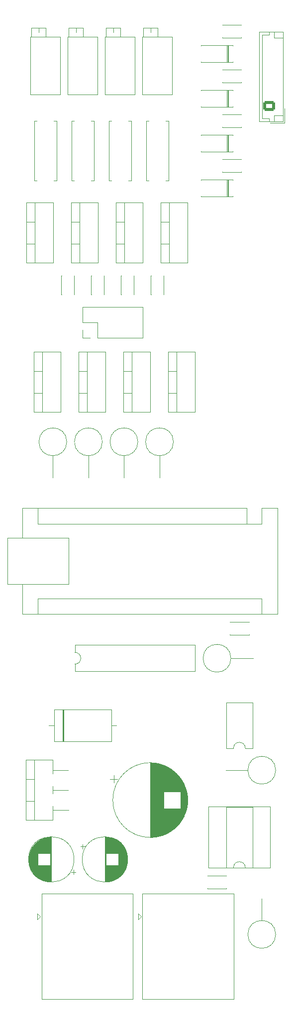
<source format=gto>
G04 #@! TF.GenerationSoftware,KiCad,Pcbnew,8.0.4*
G04 #@! TF.CreationDate,2024-09-09T15:01:44+02:00*
G04 #@! TF.ProjectId,dmx_to_pwm,646d785f-746f-45f7-9077-6d2e6b696361,rev?*
G04 #@! TF.SameCoordinates,Original*
G04 #@! TF.FileFunction,Legend,Top*
G04 #@! TF.FilePolarity,Positive*
%FSLAX46Y46*%
G04 Gerber Fmt 4.6, Leading zero omitted, Abs format (unit mm)*
G04 Created by KiCad (PCBNEW 8.0.4) date 2024-09-09 15:01:44*
%MOMM*%
%LPD*%
G01*
G04 APERTURE LIST*
G04 Aperture macros list*
%AMRoundRect*
0 Rectangle with rounded corners*
0 $1 Rounding radius*
0 $2 $3 $4 $5 $6 $7 $8 $9 X,Y pos of 4 corners*
0 Add a 4 corners polygon primitive as box body*
4,1,4,$2,$3,$4,$5,$6,$7,$8,$9,$2,$3,0*
0 Add four circle primitives for the rounded corners*
1,1,$1+$1,$2,$3*
1,1,$1+$1,$4,$5*
1,1,$1+$1,$6,$7*
1,1,$1+$1,$8,$9*
0 Add four rect primitives between the rounded corners*
20,1,$1+$1,$2,$3,$4,$5,0*
20,1,$1+$1,$4,$5,$6,$7,0*
20,1,$1+$1,$6,$7,$8,$9,0*
20,1,$1+$1,$8,$9,$2,$3,0*%
G04 Aperture macros list end*
%ADD10C,0.120000*%
%ADD11C,1.600000*%
%ADD12R,2.200000X2.200000*%
%ADD13O,2.200000X2.200000*%
%ADD14C,1.440000*%
%ADD15R,1.600000X1.600000*%
%ADD16O,3.200000X3.200000*%
%ADD17R,3.200000X3.200000*%
%ADD18C,2.400000*%
%ADD19O,2.400000X2.400000*%
%ADD20R,2.000000X1.905000*%
%ADD21O,2.000000X1.905000*%
%ADD22C,1.500000*%
%ADD23R,1.500000X1.500000*%
%ADD24C,3.200000*%
%ADD25R,1.600000X2.400000*%
%ADD26O,1.600000X2.400000*%
%ADD27O,1.800000X1.800000*%
%ADD28R,1.800000X1.800000*%
%ADD29R,1.700000X1.700000*%
%ADD30O,1.700000X1.700000*%
%ADD31O,2.400000X1.600000*%
%ADD32R,2.400000X1.600000*%
%ADD33RoundRect,0.250000X0.725000X-0.600000X0.725000X0.600000X-0.725000X0.600000X-0.725000X-0.600000X0*%
%ADD34O,1.950000X1.700000*%
%ADD35R,2.400000X2.400000*%
%ADD36O,1.600000X1.600000*%
G04 APERTURE END LIST*
D10*
X101230000Y-30695000D02*
X101230000Y-30630000D01*
X101230000Y-32870000D02*
X101230000Y-32805000D01*
X104470000Y-30630000D02*
X101230000Y-30630000D01*
X104470000Y-30695000D02*
X104470000Y-30630000D01*
X104470000Y-32870000D02*
X101230000Y-32870000D01*
X104470000Y-32870000D02*
X104470000Y-32805000D01*
X76050000Y-65710000D02*
X75985000Y-65710000D01*
X76050000Y-65710000D02*
X76050000Y-68950000D01*
X73875000Y-65710000D02*
X73810000Y-65710000D01*
X73810000Y-65710000D02*
X73810000Y-68950000D01*
X76050000Y-68950000D02*
X75985000Y-68950000D01*
X73875000Y-68950000D02*
X73810000Y-68950000D01*
X103050000Y-37030000D02*
X97610000Y-37030000D01*
X103050000Y-36900000D02*
X103050000Y-37030000D01*
X103050000Y-34220000D02*
X103050000Y-34090000D01*
X103050000Y-34090000D02*
X97610000Y-34090000D01*
X102270000Y-37030000D02*
X102270000Y-34090000D01*
X102150000Y-37030000D02*
X102150000Y-34090000D01*
X102030000Y-37030000D02*
X102030000Y-34090000D01*
X97610000Y-37030000D02*
X97610000Y-36900000D01*
X97610000Y-34090000D02*
X97610000Y-34220000D01*
X83895000Y-23565000D02*
X81465000Y-23565000D01*
X83895000Y-23565000D02*
X83895000Y-25084000D01*
X82680000Y-23565000D02*
X82680000Y-24324000D01*
X81465000Y-23565000D02*
X81465000Y-25084000D01*
X83895000Y-25084000D02*
X81465000Y-25084000D01*
X86360000Y-25085000D02*
X81290000Y-25085000D01*
X86360000Y-25085000D02*
X86360000Y-34855000D01*
X81290000Y-25085000D02*
X81290000Y-34855000D01*
X86360000Y-34855000D02*
X81290000Y-34855000D01*
X85130000Y-165040000D02*
G75*
G02*
X77390000Y-165040000I-3870000J0D01*
G01*
X77390000Y-165040000D02*
G75*
G02*
X85130000Y-165040000I3870000J0D01*
G01*
X77117789Y-162865000D02*
X77867789Y-162865000D01*
X77492789Y-162490000D02*
X77492789Y-163240000D01*
X81260000Y-161210000D02*
X81260000Y-168870000D01*
X81300000Y-161210000D02*
X81300000Y-168870000D01*
X81340000Y-161210000D02*
X81340000Y-168870000D01*
X81380000Y-161211000D02*
X81380000Y-168869000D01*
X81420000Y-161213000D02*
X81420000Y-168867000D01*
X81460000Y-161215000D02*
X81460000Y-168865000D01*
X81500000Y-161217000D02*
X81500000Y-164000000D01*
X81500000Y-166080000D02*
X81500000Y-168863000D01*
X81540000Y-161220000D02*
X81540000Y-164000000D01*
X81540000Y-166080000D02*
X81540000Y-168860000D01*
X81580000Y-161223000D02*
X81580000Y-164000000D01*
X81580000Y-166080000D02*
X81580000Y-168857000D01*
X81620000Y-161226000D02*
X81620000Y-164000000D01*
X81620000Y-166080000D02*
X81620000Y-168854000D01*
X81660000Y-161230000D02*
X81660000Y-164000000D01*
X81660000Y-166080000D02*
X81660000Y-168850000D01*
X81700000Y-161235000D02*
X81700000Y-164000000D01*
X81700000Y-166080000D02*
X81700000Y-168845000D01*
X81740000Y-161239000D02*
X81740000Y-164000000D01*
X81740000Y-166080000D02*
X81740000Y-168841000D01*
X81780000Y-161245000D02*
X81780000Y-164000000D01*
X81780000Y-166080000D02*
X81780000Y-168835000D01*
X81820000Y-161250000D02*
X81820000Y-164000000D01*
X81820000Y-166080000D02*
X81820000Y-168830000D01*
X81860000Y-161256000D02*
X81860000Y-164000000D01*
X81860000Y-166080000D02*
X81860000Y-168824000D01*
X81900000Y-161263000D02*
X81900000Y-164000000D01*
X81900000Y-166080000D02*
X81900000Y-168817000D01*
X81940000Y-161270000D02*
X81940000Y-164000000D01*
X81940000Y-166080000D02*
X81940000Y-168810000D01*
X81981000Y-161277000D02*
X81981000Y-164000000D01*
X81981000Y-166080000D02*
X81981000Y-168803000D01*
X82021000Y-161285000D02*
X82021000Y-164000000D01*
X82021000Y-166080000D02*
X82021000Y-168795000D01*
X82061000Y-161293000D02*
X82061000Y-164000000D01*
X82061000Y-166080000D02*
X82061000Y-168787000D01*
X82101000Y-161302000D02*
X82101000Y-164000000D01*
X82101000Y-166080000D02*
X82101000Y-168778000D01*
X82141000Y-161311000D02*
X82141000Y-164000000D01*
X82141000Y-166080000D02*
X82141000Y-168769000D01*
X82181000Y-161320000D02*
X82181000Y-164000000D01*
X82181000Y-166080000D02*
X82181000Y-168760000D01*
X82221000Y-161330000D02*
X82221000Y-164000000D01*
X82221000Y-166080000D02*
X82221000Y-168750000D01*
X82261000Y-161341000D02*
X82261000Y-164000000D01*
X82261000Y-166080000D02*
X82261000Y-168739000D01*
X82301000Y-161352000D02*
X82301000Y-164000000D01*
X82301000Y-166080000D02*
X82301000Y-168728000D01*
X82341000Y-161363000D02*
X82341000Y-164000000D01*
X82341000Y-166080000D02*
X82341000Y-168717000D01*
X82381000Y-161375000D02*
X82381000Y-164000000D01*
X82381000Y-166080000D02*
X82381000Y-168705000D01*
X82421000Y-161387000D02*
X82421000Y-164000000D01*
X82421000Y-166080000D02*
X82421000Y-168693000D01*
X82461000Y-161400000D02*
X82461000Y-164000000D01*
X82461000Y-166080000D02*
X82461000Y-168680000D01*
X82501000Y-161414000D02*
X82501000Y-164000000D01*
X82501000Y-166080000D02*
X82501000Y-168666000D01*
X82541000Y-161427000D02*
X82541000Y-164000000D01*
X82541000Y-166080000D02*
X82541000Y-168653000D01*
X82581000Y-161442000D02*
X82581000Y-164000000D01*
X82581000Y-166080000D02*
X82581000Y-168638000D01*
X82621000Y-161456000D02*
X82621000Y-164000000D01*
X82621000Y-166080000D02*
X82621000Y-168624000D01*
X82661000Y-161472000D02*
X82661000Y-164000000D01*
X82661000Y-166080000D02*
X82661000Y-168608000D01*
X82701000Y-161487000D02*
X82701000Y-164000000D01*
X82701000Y-166080000D02*
X82701000Y-168593000D01*
X82741000Y-161504000D02*
X82741000Y-164000000D01*
X82741000Y-166080000D02*
X82741000Y-168576000D01*
X82781000Y-161520000D02*
X82781000Y-164000000D01*
X82781000Y-166080000D02*
X82781000Y-168560000D01*
X82821000Y-161538000D02*
X82821000Y-164000000D01*
X82821000Y-166080000D02*
X82821000Y-168542000D01*
X82861000Y-161556000D02*
X82861000Y-164000000D01*
X82861000Y-166080000D02*
X82861000Y-168524000D01*
X82901000Y-161574000D02*
X82901000Y-164000000D01*
X82901000Y-166080000D02*
X82901000Y-168506000D01*
X82941000Y-161593000D02*
X82941000Y-164000000D01*
X82941000Y-166080000D02*
X82941000Y-168487000D01*
X82981000Y-161613000D02*
X82981000Y-164000000D01*
X82981000Y-166080000D02*
X82981000Y-168467000D01*
X83021000Y-161633000D02*
X83021000Y-164000000D01*
X83021000Y-166080000D02*
X83021000Y-168447000D01*
X83061000Y-161654000D02*
X83061000Y-164000000D01*
X83061000Y-166080000D02*
X83061000Y-168426000D01*
X83101000Y-161675000D02*
X83101000Y-164000000D01*
X83101000Y-166080000D02*
X83101000Y-168405000D01*
X83141000Y-161697000D02*
X83141000Y-164000000D01*
X83141000Y-166080000D02*
X83141000Y-168383000D01*
X83181000Y-161719000D02*
X83181000Y-164000000D01*
X83181000Y-166080000D02*
X83181000Y-168361000D01*
X83221000Y-161743000D02*
X83221000Y-164000000D01*
X83221000Y-166080000D02*
X83221000Y-168337000D01*
X83261000Y-161766000D02*
X83261000Y-164000000D01*
X83261000Y-166080000D02*
X83261000Y-168314000D01*
X83301000Y-161791000D02*
X83301000Y-164000000D01*
X83301000Y-166080000D02*
X83301000Y-168289000D01*
X83341000Y-161816000D02*
X83341000Y-164000000D01*
X83341000Y-166080000D02*
X83341000Y-168264000D01*
X83381000Y-161842000D02*
X83381000Y-164000000D01*
X83381000Y-166080000D02*
X83381000Y-168238000D01*
X83421000Y-161868000D02*
X83421000Y-164000000D01*
X83421000Y-166080000D02*
X83421000Y-168212000D01*
X83461000Y-161896000D02*
X83461000Y-164000000D01*
X83461000Y-166080000D02*
X83461000Y-168184000D01*
X83501000Y-161924000D02*
X83501000Y-164000000D01*
X83501000Y-166080000D02*
X83501000Y-168156000D01*
X83541000Y-161952000D02*
X83541000Y-164000000D01*
X83541000Y-166080000D02*
X83541000Y-168128000D01*
X83581000Y-161982000D02*
X83581000Y-168098000D01*
X83621000Y-162012000D02*
X83621000Y-168068000D01*
X83661000Y-162044000D02*
X83661000Y-168036000D01*
X83701000Y-162076000D02*
X83701000Y-168004000D01*
X83741000Y-162109000D02*
X83741000Y-167971000D01*
X83781000Y-162142000D02*
X83781000Y-167938000D01*
X83821000Y-162177000D02*
X83821000Y-167903000D01*
X83861000Y-162213000D02*
X83861000Y-167867000D01*
X83901000Y-162250000D02*
X83901000Y-167830000D01*
X83941000Y-162288000D02*
X83941000Y-167792000D01*
X83981000Y-162327000D02*
X83981000Y-167753000D01*
X84021000Y-162367000D02*
X84021000Y-167713000D01*
X84061000Y-162408000D02*
X84061000Y-167672000D01*
X84101000Y-162451000D02*
X84101000Y-167629000D01*
X84141000Y-162494000D02*
X84141000Y-167586000D01*
X84181000Y-162540000D02*
X84181000Y-167540000D01*
X84221000Y-162586000D02*
X84221000Y-167494000D01*
X84261000Y-162635000D02*
X84261000Y-167445000D01*
X84301000Y-162685000D02*
X84301000Y-167395000D01*
X84341000Y-162736000D02*
X84341000Y-167344000D01*
X84381000Y-162790000D02*
X84381000Y-167290000D01*
X84421000Y-162845000D02*
X84421000Y-167235000D01*
X84461000Y-162903000D02*
X84461000Y-167177000D01*
X84501000Y-162963000D02*
X84501000Y-167117000D01*
X84541000Y-163026000D02*
X84541000Y-167054000D01*
X84581000Y-163091000D02*
X84581000Y-166989000D01*
X84621000Y-163159000D02*
X84621000Y-166921000D01*
X84661000Y-163231000D02*
X84661000Y-166849000D01*
X84701000Y-163307000D02*
X84701000Y-166773000D01*
X84741000Y-163386000D02*
X84741000Y-166694000D01*
X84781000Y-163471000D02*
X84781000Y-166609000D01*
X84821000Y-163562000D02*
X84821000Y-166518000D01*
X84861000Y-163659000D02*
X84861000Y-166421000D01*
X84901000Y-163765000D02*
X84901000Y-166315000D01*
X84941000Y-163882000D02*
X84941000Y-166198000D01*
X84981000Y-164012000D02*
X84981000Y-166068000D01*
X85021000Y-164163000D02*
X85021000Y-165917000D01*
X85061000Y-164347000D02*
X85061000Y-165733000D01*
X85101000Y-164599000D02*
X85101000Y-165481000D01*
X81130000Y-65710000D02*
X81065000Y-65710000D01*
X81130000Y-65710000D02*
X81130000Y-68950000D01*
X78955000Y-65710000D02*
X78890000Y-65710000D01*
X78890000Y-65710000D02*
X78890000Y-68950000D01*
X81130000Y-68950000D02*
X81065000Y-68950000D01*
X78955000Y-68950000D02*
X78890000Y-68950000D01*
X77545000Y-23565000D02*
X75115000Y-23565000D01*
X77545000Y-23565000D02*
X77545000Y-25084000D01*
X76330000Y-23565000D02*
X76330000Y-24324000D01*
X75115000Y-23565000D02*
X75115000Y-25084000D01*
X77545000Y-25084000D02*
X75115000Y-25084000D01*
X80010000Y-25085000D02*
X74940000Y-25085000D01*
X80010000Y-25085000D02*
X80010000Y-34855000D01*
X74940000Y-25085000D02*
X74940000Y-34855000D01*
X80010000Y-34855000D02*
X74940000Y-34855000D01*
X83250000Y-142240000D02*
X82340000Y-142240000D01*
X82340000Y-144960000D02*
X82340000Y-139520000D01*
X82340000Y-139520000D02*
X72600000Y-139520000D01*
X74265000Y-139520000D02*
X74265000Y-144960000D01*
X74145000Y-139520000D02*
X74145000Y-144960000D01*
X74025000Y-139520000D02*
X74025000Y-144960000D01*
X72600000Y-144960000D02*
X82340000Y-144960000D01*
X72600000Y-139520000D02*
X72600000Y-144960000D01*
X71690000Y-142240000D02*
X72600000Y-142240000D01*
X73040000Y-39380000D02*
X73040000Y-49520000D01*
X72560000Y-39380000D02*
X73040000Y-39380000D01*
X69680000Y-39380000D02*
X69200000Y-39380000D01*
X69200000Y-39380000D02*
X69200000Y-49520000D01*
X73040000Y-49520000D02*
X72560000Y-49520000D01*
X69200000Y-49520000D02*
X69680000Y-49520000D01*
X92090000Y-39380000D02*
X92090000Y-49520000D01*
X91610000Y-39380000D02*
X92090000Y-39380000D01*
X88730000Y-39380000D02*
X88250000Y-39380000D01*
X88250000Y-39380000D02*
X88250000Y-49520000D01*
X92090000Y-49520000D02*
X91610000Y-49520000D01*
X88250000Y-49520000D02*
X88730000Y-49520000D01*
X72390000Y-96350000D02*
X72390000Y-100100000D01*
X74760000Y-93980000D02*
G75*
G02*
X70020000Y-93980000I-2370000J0D01*
G01*
X70020000Y-93980000D02*
G75*
G02*
X74760000Y-93980000I2370000J0D01*
G01*
X75470000Y-63540000D02*
X80111000Y-63540000D01*
X75470000Y-63540000D02*
X75470000Y-53300000D01*
X76980000Y-63540000D02*
X76980000Y-53300000D01*
X80111000Y-63540000D02*
X80111000Y-53300000D01*
X75470000Y-60270000D02*
X76980000Y-60270000D01*
X75470000Y-56569000D02*
X76980000Y-56569000D01*
X75470000Y-53300000D02*
X80111000Y-53300000D01*
X84490000Y-96350000D02*
X84490000Y-100100000D01*
X86860000Y-93980000D02*
G75*
G02*
X82120000Y-93980000I-2370000J0D01*
G01*
X82120000Y-93980000D02*
G75*
G02*
X86860000Y-93980000I2370000J0D01*
G01*
X102700000Y-130810000D02*
X106450000Y-130810000D01*
X102700000Y-130810000D02*
G75*
G02*
X97960000Y-130810000I-2370000J0D01*
G01*
X97960000Y-130810000D02*
G75*
G02*
X102700000Y-130810000I2370000J0D01*
G01*
X107950000Y-175430000D02*
X107950000Y-171680000D01*
X110320000Y-177800000D02*
G75*
G02*
X105580000Y-177800000I-2370000J0D01*
G01*
X105580000Y-177800000D02*
G75*
G02*
X110320000Y-177800000I2370000J0D01*
G01*
X103172500Y-170880000D02*
X103172500Y-188840000D01*
X103172500Y-170880000D02*
X87652500Y-170880000D01*
X87652500Y-188840000D02*
X103172500Y-188840000D01*
X87652500Y-170880000D02*
X87652500Y-188840000D01*
X87467500Y-174760000D02*
X86967500Y-174260000D01*
X86967500Y-175260000D02*
X87467500Y-174760000D01*
X86967500Y-174260000D02*
X86967500Y-175260000D01*
X103050000Y-44650000D02*
X97610000Y-44650000D01*
X103050000Y-44520000D02*
X103050000Y-44650000D01*
X103050000Y-41840000D02*
X103050000Y-41710000D01*
X103050000Y-41710000D02*
X97610000Y-41710000D01*
X102270000Y-44650000D02*
X102270000Y-41710000D01*
X102150000Y-44650000D02*
X102150000Y-41710000D01*
X102030000Y-44650000D02*
X102030000Y-41710000D01*
X97610000Y-44650000D02*
X97610000Y-44520000D01*
X97610000Y-41710000D02*
X97610000Y-41840000D01*
X104470000Y-40490000D02*
X104470000Y-40425000D01*
X104470000Y-40490000D02*
X101230000Y-40490000D01*
X104470000Y-38315000D02*
X104470000Y-38250000D01*
X104470000Y-38250000D02*
X101230000Y-38250000D01*
X101230000Y-40490000D02*
X101230000Y-40425000D01*
X101230000Y-38315000D02*
X101230000Y-38250000D01*
X75550000Y-49520000D02*
X76030000Y-49520000D01*
X79390000Y-49520000D02*
X78910000Y-49520000D01*
X75550000Y-39380000D02*
X75550000Y-49520000D01*
X76030000Y-39380000D02*
X75550000Y-39380000D01*
X78910000Y-39380000D02*
X79390000Y-39380000D01*
X79390000Y-39380000D02*
X79390000Y-49520000D01*
X76140000Y-133060000D02*
X96580000Y-133060000D01*
X96580000Y-133060000D02*
X96580000Y-128560000D01*
X76140000Y-131810000D02*
X76140000Y-133060000D01*
X76140000Y-128560000D02*
X76140000Y-129810000D01*
X96580000Y-128560000D02*
X76140000Y-128560000D01*
X76140000Y-129810000D02*
G75*
G02*
X76140000Y-131810000I0J-1000000D01*
G01*
X85740000Y-39380000D02*
X85740000Y-49520000D01*
X85260000Y-39380000D02*
X85740000Y-39380000D01*
X82380000Y-39380000D02*
X81900000Y-39380000D01*
X81900000Y-39380000D02*
X81900000Y-49520000D01*
X85740000Y-49520000D02*
X85260000Y-49520000D01*
X81900000Y-49520000D02*
X82380000Y-49520000D01*
X103050000Y-52270000D02*
X97610000Y-52270000D01*
X103050000Y-52140000D02*
X103050000Y-52270000D01*
X103050000Y-49460000D02*
X103050000Y-49330000D01*
X103050000Y-49330000D02*
X97610000Y-49330000D01*
X102270000Y-52270000D02*
X102270000Y-49330000D01*
X102150000Y-52270000D02*
X102150000Y-49330000D01*
X102030000Y-52270000D02*
X102030000Y-49330000D01*
X97610000Y-52270000D02*
X97610000Y-52140000D01*
X97610000Y-49330000D02*
X97610000Y-49460000D01*
X73660000Y-34855000D02*
X68590000Y-34855000D01*
X68590000Y-25085000D02*
X68590000Y-34855000D01*
X73660000Y-25085000D02*
X73660000Y-34855000D01*
X73660000Y-25085000D02*
X68590000Y-25085000D01*
X71195000Y-25084000D02*
X68765000Y-25084000D01*
X68765000Y-23565000D02*
X68765000Y-25084000D01*
X69980000Y-23565000D02*
X69980000Y-24324000D01*
X71195000Y-23565000D02*
X71195000Y-25084000D01*
X71195000Y-23565000D02*
X68765000Y-23565000D01*
X67770000Y-148120000D02*
X72411000Y-148120000D01*
X67770000Y-151390000D02*
X69279000Y-151390000D01*
X67770000Y-155090000D02*
X69279000Y-155090000D01*
X67770000Y-158361000D02*
X67770000Y-148120000D01*
X67770000Y-158361000D02*
X72411000Y-158361000D01*
X69279000Y-158361000D02*
X69279000Y-148120000D01*
X72411000Y-149840000D02*
X75025000Y-149840000D01*
X72411000Y-150475000D02*
X72411000Y-148120000D01*
X72411000Y-153240000D02*
X75025000Y-153240000D01*
X72411000Y-153875000D02*
X72411000Y-152605000D01*
X72411000Y-156640000D02*
X75041000Y-156640000D01*
X72411000Y-158361000D02*
X72411000Y-156005000D01*
X97610000Y-26470000D02*
X97610000Y-26600000D01*
X97610000Y-29410000D02*
X97610000Y-29280000D01*
X102030000Y-29410000D02*
X102030000Y-26470000D01*
X102150000Y-29410000D02*
X102150000Y-26470000D01*
X102270000Y-29410000D02*
X102270000Y-26470000D01*
X103050000Y-26470000D02*
X97610000Y-26470000D01*
X103050000Y-26600000D02*
X103050000Y-26470000D01*
X103050000Y-29280000D02*
X103050000Y-29410000D01*
X103050000Y-29410000D02*
X97610000Y-29410000D01*
X77410000Y-76260000D02*
X77410000Y-74930000D01*
X78740000Y-76260000D02*
X77410000Y-76260000D01*
X80010000Y-76260000D02*
X87690000Y-76260000D01*
X80010000Y-76260000D02*
X80010000Y-73660000D01*
X87690000Y-76260000D02*
X87690000Y-71060000D01*
X77410000Y-73660000D02*
X77410000Y-71060000D01*
X80010000Y-73660000D02*
X77410000Y-73660000D01*
X77410000Y-71060000D02*
X87690000Y-71060000D01*
X103140000Y-166430000D02*
G75*
G02*
X105140000Y-166430000I1000000J0D01*
G01*
X98890000Y-156090000D02*
X98890000Y-166490000D01*
X98890000Y-166490000D02*
X109390000Y-166490000D01*
X101890000Y-156150000D02*
X101890000Y-166430000D01*
X101890000Y-166430000D02*
X103140000Y-166430000D01*
X105140000Y-166430000D02*
X106390000Y-166430000D01*
X106390000Y-156150000D02*
X101890000Y-156150000D01*
X106390000Y-166430000D02*
X106390000Y-156150000D01*
X109390000Y-156090000D02*
X98890000Y-156090000D01*
X109390000Y-166490000D02*
X109390000Y-156090000D01*
X107510000Y-24220000D02*
X107510000Y-39440000D01*
X107510000Y-39440000D02*
X111530000Y-39440000D01*
X108010000Y-24720000D02*
X109220000Y-24720000D01*
X108010000Y-38940000D02*
X108010000Y-24720000D01*
X109220000Y-24720000D02*
X109220000Y-24220000D01*
X109220000Y-38940000D02*
X108010000Y-38940000D01*
X109220000Y-39440000D02*
X109220000Y-38940000D01*
X109330000Y-39740000D02*
X111830000Y-39740000D01*
X110030000Y-24220000D02*
X110030000Y-25220000D01*
X110030000Y-25220000D02*
X111530000Y-25220000D01*
X110030000Y-38440000D02*
X111530000Y-38440000D01*
X110030000Y-39440000D02*
X110030000Y-38440000D01*
X111530000Y-24220000D02*
X107510000Y-24220000D01*
X111530000Y-39440000D02*
X111530000Y-24220000D01*
X111830000Y-39740000D02*
X111830000Y-37240000D01*
X78440000Y-96350000D02*
X78440000Y-100100000D01*
X80810000Y-93980000D02*
G75*
G02*
X76070000Y-93980000I-2370000J0D01*
G01*
X76070000Y-93980000D02*
G75*
G02*
X80810000Y-93980000I2370000J0D01*
G01*
X102540000Y-124675000D02*
X102540000Y-124610000D01*
X102540000Y-126850000D02*
X102540000Y-126785000D01*
X105780000Y-124610000D02*
X102540000Y-124610000D01*
X105780000Y-124675000D02*
X105780000Y-124610000D01*
X105780000Y-126850000D02*
X102540000Y-126850000D01*
X105780000Y-126850000D02*
X105780000Y-126785000D01*
X83090000Y-63540000D02*
X87731000Y-63540000D01*
X83090000Y-63540000D02*
X83090000Y-53300000D01*
X84600000Y-63540000D02*
X84600000Y-53300000D01*
X87731000Y-63540000D02*
X87731000Y-53300000D01*
X83090000Y-60270000D02*
X84600000Y-60270000D01*
X83090000Y-56569000D02*
X84600000Y-56569000D01*
X83090000Y-53300000D02*
X87731000Y-53300000D01*
X69782500Y-174260000D02*
X69782500Y-175260000D01*
X69782500Y-175260000D02*
X70282500Y-174760000D01*
X70282500Y-174760000D02*
X69782500Y-174260000D01*
X70467500Y-170880000D02*
X70467500Y-188840000D01*
X70467500Y-188840000D02*
X85987500Y-188840000D01*
X85987500Y-170880000D02*
X70467500Y-170880000D01*
X85987500Y-170880000D02*
X85987500Y-188840000D01*
X75991395Y-165040000D02*
G75*
G02*
X68251395Y-165040000I-3870000J0D01*
G01*
X68251395Y-165040000D02*
G75*
G02*
X75991395Y-165040000I3870000J0D01*
G01*
X76263606Y-167215000D02*
X75513606Y-167215000D01*
X75888606Y-167590000D02*
X75888606Y-166840000D01*
X72121395Y-168870000D02*
X72121395Y-161210000D01*
X72081395Y-168870000D02*
X72081395Y-161210000D01*
X72041395Y-168870000D02*
X72041395Y-161210000D01*
X72001395Y-168869000D02*
X72001395Y-161211000D01*
X71961395Y-168867000D02*
X71961395Y-161213000D01*
X71921395Y-168865000D02*
X71921395Y-161215000D01*
X71881395Y-168863000D02*
X71881395Y-166080000D01*
X71881395Y-164000000D02*
X71881395Y-161217000D01*
X71841395Y-168860000D02*
X71841395Y-166080000D01*
X71841395Y-164000000D02*
X71841395Y-161220000D01*
X71801395Y-168857000D02*
X71801395Y-166080000D01*
X71801395Y-164000000D02*
X71801395Y-161223000D01*
X71761395Y-168854000D02*
X71761395Y-166080000D01*
X71761395Y-164000000D02*
X71761395Y-161226000D01*
X71721395Y-168850000D02*
X71721395Y-166080000D01*
X71721395Y-164000000D02*
X71721395Y-161230000D01*
X71681395Y-168845000D02*
X71681395Y-166080000D01*
X71681395Y-164000000D02*
X71681395Y-161235000D01*
X71641395Y-168841000D02*
X71641395Y-166080000D01*
X71641395Y-164000000D02*
X71641395Y-161239000D01*
X71601395Y-168835000D02*
X71601395Y-166080000D01*
X71601395Y-164000000D02*
X71601395Y-161245000D01*
X71561395Y-168830000D02*
X71561395Y-166080000D01*
X71561395Y-164000000D02*
X71561395Y-161250000D01*
X71521395Y-168824000D02*
X71521395Y-166080000D01*
X71521395Y-164000000D02*
X71521395Y-161256000D01*
X71481395Y-168817000D02*
X71481395Y-166080000D01*
X71481395Y-164000000D02*
X71481395Y-161263000D01*
X71441395Y-168810000D02*
X71441395Y-166080000D01*
X71441395Y-164000000D02*
X71441395Y-161270000D01*
X71400395Y-168803000D02*
X71400395Y-166080000D01*
X71400395Y-164000000D02*
X71400395Y-161277000D01*
X71360395Y-168795000D02*
X71360395Y-166080000D01*
X71360395Y-164000000D02*
X71360395Y-161285000D01*
X71320395Y-168787000D02*
X71320395Y-166080000D01*
X71320395Y-164000000D02*
X71320395Y-161293000D01*
X71280395Y-168778000D02*
X71280395Y-166080000D01*
X71280395Y-164000000D02*
X71280395Y-161302000D01*
X71240395Y-168769000D02*
X71240395Y-166080000D01*
X71240395Y-164000000D02*
X71240395Y-161311000D01*
X71200395Y-168760000D02*
X71200395Y-166080000D01*
X71200395Y-164000000D02*
X71200395Y-161320000D01*
X71160395Y-168750000D02*
X71160395Y-166080000D01*
X71160395Y-164000000D02*
X71160395Y-161330000D01*
X71120395Y-168739000D02*
X71120395Y-166080000D01*
X71120395Y-164000000D02*
X71120395Y-161341000D01*
X71080395Y-168728000D02*
X71080395Y-166080000D01*
X71080395Y-164000000D02*
X71080395Y-161352000D01*
X71040395Y-168717000D02*
X71040395Y-166080000D01*
X71040395Y-164000000D02*
X71040395Y-161363000D01*
X71000395Y-168705000D02*
X71000395Y-166080000D01*
X71000395Y-164000000D02*
X71000395Y-161375000D01*
X70960395Y-168693000D02*
X70960395Y-166080000D01*
X70960395Y-164000000D02*
X70960395Y-161387000D01*
X70920395Y-168680000D02*
X70920395Y-166080000D01*
X70920395Y-164000000D02*
X70920395Y-161400000D01*
X70880395Y-168666000D02*
X70880395Y-166080000D01*
X70880395Y-164000000D02*
X70880395Y-161414000D01*
X70840395Y-168653000D02*
X70840395Y-166080000D01*
X70840395Y-164000000D02*
X70840395Y-161427000D01*
X70800395Y-168638000D02*
X70800395Y-166080000D01*
X70800395Y-164000000D02*
X70800395Y-161442000D01*
X70760395Y-168624000D02*
X70760395Y-166080000D01*
X70760395Y-164000000D02*
X70760395Y-161456000D01*
X70720395Y-168608000D02*
X70720395Y-166080000D01*
X70720395Y-164000000D02*
X70720395Y-161472000D01*
X70680395Y-168593000D02*
X70680395Y-166080000D01*
X70680395Y-164000000D02*
X70680395Y-161487000D01*
X70640395Y-168576000D02*
X70640395Y-166080000D01*
X70640395Y-164000000D02*
X70640395Y-161504000D01*
X70600395Y-168560000D02*
X70600395Y-166080000D01*
X70600395Y-164000000D02*
X70600395Y-161520000D01*
X70560395Y-168542000D02*
X70560395Y-166080000D01*
X70560395Y-164000000D02*
X70560395Y-161538000D01*
X70520395Y-168524000D02*
X70520395Y-166080000D01*
X70520395Y-164000000D02*
X70520395Y-161556000D01*
X70480395Y-168506000D02*
X70480395Y-166080000D01*
X70480395Y-164000000D02*
X70480395Y-161574000D01*
X70440395Y-168487000D02*
X70440395Y-166080000D01*
X70440395Y-164000000D02*
X70440395Y-161593000D01*
X70400395Y-168467000D02*
X70400395Y-166080000D01*
X70400395Y-164000000D02*
X70400395Y-161613000D01*
X70360395Y-168447000D02*
X70360395Y-166080000D01*
X70360395Y-164000000D02*
X70360395Y-161633000D01*
X70320395Y-168426000D02*
X70320395Y-166080000D01*
X70320395Y-164000000D02*
X70320395Y-161654000D01*
X70280395Y-168405000D02*
X70280395Y-166080000D01*
X70280395Y-164000000D02*
X70280395Y-161675000D01*
X70240395Y-168383000D02*
X70240395Y-166080000D01*
X70240395Y-164000000D02*
X70240395Y-161697000D01*
X70200395Y-168361000D02*
X70200395Y-166080000D01*
X70200395Y-164000000D02*
X70200395Y-161719000D01*
X70160395Y-168337000D02*
X70160395Y-166080000D01*
X70160395Y-164000000D02*
X70160395Y-161743000D01*
X70120395Y-168314000D02*
X70120395Y-166080000D01*
X70120395Y-164000000D02*
X70120395Y-161766000D01*
X70080395Y-168289000D02*
X70080395Y-166080000D01*
X70080395Y-164000000D02*
X70080395Y-161791000D01*
X70040395Y-168264000D02*
X70040395Y-166080000D01*
X70040395Y-164000000D02*
X70040395Y-161816000D01*
X70000395Y-168238000D02*
X70000395Y-166080000D01*
X70000395Y-164000000D02*
X70000395Y-161842000D01*
X69960395Y-168212000D02*
X69960395Y-166080000D01*
X69960395Y-164000000D02*
X69960395Y-161868000D01*
X69920395Y-168184000D02*
X69920395Y-166080000D01*
X69920395Y-164000000D02*
X69920395Y-161896000D01*
X69880395Y-168156000D02*
X69880395Y-166080000D01*
X69880395Y-164000000D02*
X69880395Y-161924000D01*
X69840395Y-168128000D02*
X69840395Y-166080000D01*
X69840395Y-164000000D02*
X69840395Y-161952000D01*
X69800395Y-168098000D02*
X69800395Y-161982000D01*
X69760395Y-168068000D02*
X69760395Y-162012000D01*
X69720395Y-168036000D02*
X69720395Y-162044000D01*
X69680395Y-168004000D02*
X69680395Y-162076000D01*
X69640395Y-167971000D02*
X69640395Y-162109000D01*
X69600395Y-167938000D02*
X69600395Y-162142000D01*
X69560395Y-167903000D02*
X69560395Y-162177000D01*
X69520395Y-167867000D02*
X69520395Y-162213000D01*
X69480395Y-167830000D02*
X69480395Y-162250000D01*
X69440395Y-167792000D02*
X69440395Y-162288000D01*
X69400395Y-167753000D02*
X69400395Y-162327000D01*
X69360395Y-167713000D02*
X69360395Y-162367000D01*
X69320395Y-167672000D02*
X69320395Y-162408000D01*
X69280395Y-167629000D02*
X69280395Y-162451000D01*
X69240395Y-167586000D02*
X69240395Y-162494000D01*
X69200395Y-167540000D02*
X69200395Y-162540000D01*
X69160395Y-167494000D02*
X69160395Y-162586000D01*
X69120395Y-167445000D02*
X69120395Y-162635000D01*
X69080395Y-167395000D02*
X69080395Y-162685000D01*
X69040395Y-167344000D02*
X69040395Y-162736000D01*
X69000395Y-167290000D02*
X69000395Y-162790000D01*
X68960395Y-167235000D02*
X68960395Y-162845000D01*
X68920395Y-167177000D02*
X68920395Y-162903000D01*
X68880395Y-167117000D02*
X68880395Y-162963000D01*
X68840395Y-167054000D02*
X68840395Y-163026000D01*
X68800395Y-166989000D02*
X68800395Y-163091000D01*
X68760395Y-166921000D02*
X68760395Y-163159000D01*
X68720395Y-166849000D02*
X68720395Y-163231000D01*
X68680395Y-166773000D02*
X68680395Y-163307000D01*
X68640395Y-166694000D02*
X68640395Y-163386000D01*
X68600395Y-166609000D02*
X68600395Y-163471000D01*
X68560395Y-166518000D02*
X68560395Y-163562000D01*
X68520395Y-166421000D02*
X68520395Y-163659000D01*
X68480395Y-166315000D02*
X68480395Y-163765000D01*
X68440395Y-166198000D02*
X68440395Y-163882000D01*
X68400395Y-166068000D02*
X68400395Y-164012000D01*
X68360395Y-165917000D02*
X68360395Y-164163000D01*
X68320395Y-165733000D02*
X68320395Y-164347000D01*
X68280395Y-165481000D02*
X68280395Y-164599000D01*
X91290000Y-65710000D02*
X91225000Y-65710000D01*
X91290000Y-65710000D02*
X91290000Y-68950000D01*
X89115000Y-65710000D02*
X89050000Y-65710000D01*
X89050000Y-65710000D02*
X89050000Y-68950000D01*
X91290000Y-68950000D02*
X91225000Y-68950000D01*
X89115000Y-68950000D02*
X89050000Y-68950000D01*
X104470000Y-48110000D02*
X104470000Y-48045000D01*
X104470000Y-48110000D02*
X101230000Y-48110000D01*
X104470000Y-45935000D02*
X104470000Y-45870000D01*
X104470000Y-45870000D02*
X101230000Y-45870000D01*
X101230000Y-48110000D02*
X101230000Y-48045000D01*
X101230000Y-45935000D02*
X101230000Y-45870000D01*
X67850000Y-63540000D02*
X72491000Y-63540000D01*
X67850000Y-63540000D02*
X67850000Y-53300000D01*
X69360000Y-63540000D02*
X69360000Y-53300000D01*
X72491000Y-63540000D02*
X72491000Y-53300000D01*
X67850000Y-60270000D02*
X69360000Y-60270000D01*
X67850000Y-56569000D02*
X69360000Y-56569000D01*
X67850000Y-53300000D02*
X72491000Y-53300000D01*
X101930000Y-169965000D02*
X101930000Y-170030000D01*
X101930000Y-167790000D02*
X101930000Y-167855000D01*
X98690000Y-170030000D02*
X101930000Y-170030000D01*
X98690000Y-169965000D02*
X98690000Y-170030000D01*
X98690000Y-167790000D02*
X101930000Y-167790000D01*
X98690000Y-167790000D02*
X98690000Y-167855000D01*
X90540000Y-96350000D02*
X90540000Y-100100000D01*
X92910000Y-93980000D02*
G75*
G02*
X88170000Y-93980000I-2370000J0D01*
G01*
X88170000Y-93980000D02*
G75*
G02*
X92910000Y-93980000I2370000J0D01*
G01*
X106390000Y-146110000D02*
X106390000Y-138370000D01*
X106390000Y-138370000D02*
X101890000Y-138370000D01*
X105140000Y-146110000D02*
X106390000Y-146110000D01*
X101890000Y-146110000D02*
X103140000Y-146110000D01*
X101890000Y-138370000D02*
X101890000Y-146110000D01*
X103140000Y-146110000D02*
G75*
G02*
X105140000Y-146110000I1000000J0D01*
G01*
X105580000Y-149860000D02*
X101830000Y-149860000D01*
X110320000Y-149860000D02*
G75*
G02*
X105580000Y-149860000I-2370000J0D01*
G01*
X105580000Y-149860000D02*
G75*
G02*
X110320000Y-149860000I2370000J0D01*
G01*
X92710000Y-34855000D02*
X87640000Y-34855000D01*
X87640000Y-25085000D02*
X87640000Y-34855000D01*
X92710000Y-25085000D02*
X92710000Y-34855000D01*
X92710000Y-25085000D02*
X87640000Y-25085000D01*
X90245000Y-25084000D02*
X87815000Y-25084000D01*
X87815000Y-23565000D02*
X87815000Y-25084000D01*
X89030000Y-23565000D02*
X89030000Y-24324000D01*
X90245000Y-23565000D02*
X90245000Y-25084000D01*
X90245000Y-23565000D02*
X87815000Y-23565000D01*
X86210000Y-65710000D02*
X86145000Y-65710000D01*
X86210000Y-65710000D02*
X86210000Y-68950000D01*
X84035000Y-65710000D02*
X83970000Y-65710000D01*
X83970000Y-65710000D02*
X83970000Y-68950000D01*
X86210000Y-68950000D02*
X86145000Y-68950000D01*
X84035000Y-68950000D02*
X83970000Y-68950000D01*
X95330000Y-154940000D02*
G75*
G02*
X82590000Y-154940000I-6370000J0D01*
G01*
X82590000Y-154940000D02*
G75*
G02*
X95330000Y-154940000I6370000J0D01*
G01*
X95321000Y-154623000D02*
X95321000Y-155257000D01*
X95281000Y-154183000D02*
X95281000Y-155697000D01*
X95241000Y-153912000D02*
X95241000Y-155968000D01*
X95201000Y-153699000D02*
X95201000Y-156181000D01*
X95161000Y-153518000D02*
X95161000Y-156362000D01*
X95121000Y-153357000D02*
X95121000Y-156523000D01*
X95081000Y-153212000D02*
X95081000Y-156668000D01*
X95041000Y-153079000D02*
X95041000Y-156801000D01*
X95001000Y-152956000D02*
X95001000Y-156924000D01*
X94961000Y-152840000D02*
X94961000Y-157040000D01*
X94921000Y-152731000D02*
X94921000Y-157149000D01*
X94881000Y-152628000D02*
X94881000Y-157252000D01*
X94841000Y-152530000D02*
X94841000Y-157350000D01*
X94801000Y-152436000D02*
X94801000Y-157444000D01*
X94761000Y-152346000D02*
X94761000Y-157534000D01*
X94721000Y-152259000D02*
X94721000Y-157621000D01*
X94681000Y-152176000D02*
X94681000Y-157704000D01*
X94641000Y-152096000D02*
X94641000Y-157784000D01*
X94601000Y-152019000D02*
X94601000Y-157861000D01*
X94561000Y-151944000D02*
X94561000Y-157936000D01*
X94521000Y-151871000D02*
X94521000Y-158009000D01*
X94481000Y-151800000D02*
X94481000Y-158080000D01*
X94441000Y-151732000D02*
X94441000Y-158148000D01*
X94401000Y-151665000D02*
X94401000Y-158215000D01*
X94361000Y-151601000D02*
X94361000Y-158279000D01*
X94321000Y-151538000D02*
X94321000Y-158342000D01*
X94281000Y-151476000D02*
X94281000Y-158404000D01*
X94241000Y-151416000D02*
X94241000Y-158464000D01*
X94201000Y-151357000D02*
X94201000Y-158523000D01*
X94161000Y-151300000D02*
X94161000Y-158580000D01*
X94121000Y-156380000D02*
X94121000Y-158636000D01*
X94121000Y-151244000D02*
X94121000Y-153500000D01*
X94081000Y-156380000D02*
X94081000Y-158690000D01*
X94081000Y-151190000D02*
X94081000Y-153500000D01*
X94041000Y-156380000D02*
X94041000Y-158744000D01*
X94041000Y-151136000D02*
X94041000Y-153500000D01*
X94001000Y-156380000D02*
X94001000Y-158796000D01*
X94001000Y-151084000D02*
X94001000Y-153500000D01*
X93961000Y-156380000D02*
X93961000Y-158847000D01*
X93961000Y-151033000D02*
X93961000Y-153500000D01*
X93921000Y-156380000D02*
X93921000Y-158897000D01*
X93921000Y-150983000D02*
X93921000Y-153500000D01*
X93881000Y-156380000D02*
X93881000Y-158947000D01*
X93881000Y-150933000D02*
X93881000Y-153500000D01*
X93841000Y-156380000D02*
X93841000Y-158995000D01*
X93841000Y-150885000D02*
X93841000Y-153500000D01*
X93801000Y-156380000D02*
X93801000Y-159042000D01*
X93801000Y-150838000D02*
X93801000Y-153500000D01*
X93761000Y-156380000D02*
X93761000Y-159088000D01*
X93761000Y-150792000D02*
X93761000Y-153500000D01*
X93721000Y-156380000D02*
X93721000Y-159134000D01*
X93721000Y-150746000D02*
X93721000Y-153500000D01*
X93681000Y-156380000D02*
X93681000Y-159178000D01*
X93681000Y-150702000D02*
X93681000Y-153500000D01*
X93641000Y-156380000D02*
X93641000Y-159222000D01*
X93641000Y-150658000D02*
X93641000Y-153500000D01*
X93601000Y-156380000D02*
X93601000Y-159265000D01*
X93601000Y-150615000D02*
X93601000Y-153500000D01*
X93561000Y-156380000D02*
X93561000Y-159307000D01*
X93561000Y-150573000D02*
X93561000Y-153500000D01*
X93521000Y-156380000D02*
X93521000Y-159348000D01*
X93521000Y-150532000D02*
X93521000Y-153500000D01*
X93481000Y-156380000D02*
X93481000Y-159389000D01*
X93481000Y-150491000D02*
X93481000Y-153500000D01*
X93441000Y-156380000D02*
X93441000Y-159429000D01*
X93441000Y-150451000D02*
X93441000Y-153500000D01*
X93401000Y-156380000D02*
X93401000Y-159468000D01*
X93401000Y-150412000D02*
X93401000Y-153500000D01*
X93361000Y-156380000D02*
X93361000Y-159507000D01*
X93361000Y-150373000D02*
X93361000Y-153500000D01*
X93321000Y-156380000D02*
X93321000Y-159545000D01*
X93321000Y-150335000D02*
X93321000Y-153500000D01*
X93281000Y-156380000D02*
X93281000Y-159582000D01*
X93281000Y-150298000D02*
X93281000Y-153500000D01*
X93241000Y-156380000D02*
X93241000Y-159618000D01*
X93241000Y-150262000D02*
X93241000Y-153500000D01*
X93201000Y-156380000D02*
X93201000Y-159654000D01*
X93201000Y-150226000D02*
X93201000Y-153500000D01*
X93161000Y-156380000D02*
X93161000Y-159690000D01*
X93161000Y-150190000D02*
X93161000Y-153500000D01*
X93121000Y-156380000D02*
X93121000Y-159725000D01*
X93121000Y-150155000D02*
X93121000Y-153500000D01*
X93081000Y-156380000D02*
X93081000Y-159759000D01*
X93081000Y-150121000D02*
X93081000Y-153500000D01*
X93041000Y-156380000D02*
X93041000Y-159792000D01*
X93041000Y-150088000D02*
X93041000Y-153500000D01*
X93001000Y-156380000D02*
X93001000Y-159825000D01*
X93001000Y-150055000D02*
X93001000Y-153500000D01*
X92961000Y-156380000D02*
X92961000Y-159858000D01*
X92961000Y-150022000D02*
X92961000Y-153500000D01*
X92921000Y-156380000D02*
X92921000Y-159890000D01*
X92921000Y-149990000D02*
X92921000Y-153500000D01*
X92881000Y-156380000D02*
X92881000Y-159922000D01*
X92881000Y-149958000D02*
X92881000Y-153500000D01*
X92841000Y-156380000D02*
X92841000Y-159952000D01*
X92841000Y-149928000D02*
X92841000Y-153500000D01*
X92801000Y-156380000D02*
X92801000Y-159983000D01*
X92801000Y-149897000D02*
X92801000Y-153500000D01*
X92761000Y-156380000D02*
X92761000Y-160013000D01*
X92761000Y-149867000D02*
X92761000Y-153500000D01*
X92721000Y-156380000D02*
X92721000Y-160042000D01*
X92721000Y-149838000D02*
X92721000Y-153500000D01*
X92681000Y-156380000D02*
X92681000Y-160071000D01*
X92681000Y-149809000D02*
X92681000Y-153500000D01*
X92641000Y-156380000D02*
X92641000Y-160100000D01*
X92641000Y-149780000D02*
X92641000Y-153500000D01*
X92601000Y-156380000D02*
X92601000Y-160128000D01*
X92601000Y-149752000D02*
X92601000Y-153500000D01*
X92561000Y-156380000D02*
X92561000Y-160156000D01*
X92561000Y-149724000D02*
X92561000Y-153500000D01*
X92521000Y-156380000D02*
X92521000Y-160183000D01*
X92521000Y-149697000D02*
X92521000Y-153500000D01*
X92481000Y-156380000D02*
X92481000Y-160210000D01*
X92481000Y-149670000D02*
X92481000Y-153500000D01*
X92441000Y-156380000D02*
X92441000Y-160236000D01*
X92441000Y-149644000D02*
X92441000Y-153500000D01*
X92401000Y-156380000D02*
X92401000Y-160262000D01*
X92401000Y-149618000D02*
X92401000Y-153500000D01*
X92361000Y-156380000D02*
X92361000Y-160287000D01*
X92361000Y-149593000D02*
X92361000Y-153500000D01*
X92321000Y-156380000D02*
X92321000Y-160312000D01*
X92321000Y-149568000D02*
X92321000Y-153500000D01*
X92281000Y-156380000D02*
X92281000Y-160337000D01*
X92281000Y-149543000D02*
X92281000Y-153500000D01*
X92241000Y-156380000D02*
X92241000Y-160361000D01*
X92241000Y-149519000D02*
X92241000Y-153500000D01*
X92201000Y-156380000D02*
X92201000Y-160385000D01*
X92201000Y-149495000D02*
X92201000Y-153500000D01*
X92161000Y-156380000D02*
X92161000Y-160408000D01*
X92161000Y-149472000D02*
X92161000Y-153500000D01*
X92121000Y-156380000D02*
X92121000Y-160431000D01*
X92121000Y-149449000D02*
X92121000Y-153500000D01*
X92081000Y-156380000D02*
X92081000Y-160454000D01*
X92081000Y-149426000D02*
X92081000Y-153500000D01*
X92041000Y-156380000D02*
X92041000Y-160476000D01*
X92041000Y-149404000D02*
X92041000Y-153500000D01*
X92001000Y-156380000D02*
X92001000Y-160498000D01*
X92001000Y-149382000D02*
X92001000Y-153500000D01*
X91961000Y-156380000D02*
X91961000Y-160520000D01*
X91961000Y-149360000D02*
X91961000Y-153500000D01*
X91921000Y-156380000D02*
X91921000Y-160541000D01*
X91921000Y-149339000D02*
X91921000Y-153500000D01*
X91881000Y-156380000D02*
X91881000Y-160562000D01*
X91881000Y-149318000D02*
X91881000Y-153500000D01*
X91841000Y-156380000D02*
X91841000Y-160582000D01*
X91841000Y-149298000D02*
X91841000Y-153500000D01*
X91801000Y-156380000D02*
X91801000Y-160602000D01*
X91801000Y-149278000D02*
X91801000Y-153500000D01*
X91761000Y-156380000D02*
X91761000Y-160622000D01*
X91761000Y-149258000D02*
X91761000Y-153500000D01*
X91721000Y-156380000D02*
X91721000Y-160642000D01*
X91721000Y-149238000D02*
X91721000Y-153500000D01*
X91681000Y-156380000D02*
X91681000Y-160661000D01*
X91681000Y-149219000D02*
X91681000Y-153500000D01*
X91641000Y-156380000D02*
X91641000Y-160679000D01*
X91641000Y-149201000D02*
X91641000Y-153500000D01*
X91601000Y-156380000D02*
X91601000Y-160698000D01*
X91601000Y-149182000D02*
X91601000Y-153500000D01*
X91561000Y-156380000D02*
X91561000Y-160716000D01*
X91561000Y-149164000D02*
X91561000Y-153500000D01*
X91521000Y-156380000D02*
X91521000Y-160733000D01*
X91521000Y-149147000D02*
X91521000Y-153500000D01*
X91481000Y-156380000D02*
X91481000Y-160751000D01*
X91481000Y-149129000D02*
X91481000Y-153500000D01*
X91441000Y-156380000D02*
X91441000Y-160768000D01*
X91441000Y-149112000D02*
X91441000Y-153500000D01*
X91401000Y-156380000D02*
X91401000Y-160785000D01*
X91401000Y-149095000D02*
X91401000Y-153500000D01*
X91361000Y-156380000D02*
X91361000Y-160801000D01*
X91361000Y-149079000D02*
X91361000Y-153500000D01*
X91321000Y-156380000D02*
X91321000Y-160817000D01*
X91321000Y-149063000D02*
X91321000Y-153500000D01*
X91281000Y-156380000D02*
X91281000Y-160833000D01*
X91281000Y-149047000D02*
X91281000Y-153500000D01*
X91241000Y-149032000D02*
X91241000Y-160848000D01*
X91201000Y-149016000D02*
X91201000Y-160864000D01*
X91161000Y-149001000D02*
X91161000Y-160879000D01*
X91121000Y-148987000D02*
X91121000Y-160893000D01*
X91081000Y-148973000D02*
X91081000Y-160907000D01*
X91041000Y-148959000D02*
X91041000Y-160921000D01*
X91001000Y-148945000D02*
X91001000Y-160935000D01*
X90961000Y-148932000D02*
X90961000Y-160948000D01*
X90921000Y-148919000D02*
X90921000Y-160961000D01*
X90881000Y-148906000D02*
X90881000Y-160974000D01*
X90841000Y-148893000D02*
X90841000Y-160987000D01*
X90801000Y-148881000D02*
X90801000Y-160999000D01*
X90761000Y-148869000D02*
X90761000Y-161011000D01*
X90721000Y-148857000D02*
X90721000Y-161023000D01*
X90681000Y-148846000D02*
X90681000Y-161034000D01*
X90641000Y-148835000D02*
X90641000Y-161045000D01*
X90601000Y-148824000D02*
X90601000Y-161056000D01*
X90561000Y-148814000D02*
X90561000Y-161066000D01*
X90521000Y-148803000D02*
X90521000Y-161077000D01*
X90481000Y-148794000D02*
X90481000Y-161086000D01*
X90441000Y-148784000D02*
X90441000Y-161096000D01*
X90401000Y-148774000D02*
X90401000Y-161106000D01*
X90361000Y-148765000D02*
X90361000Y-161115000D01*
X90321000Y-148756000D02*
X90321000Y-161124000D01*
X90281000Y-148748000D02*
X90281000Y-161132000D01*
X90241000Y-148739000D02*
X90241000Y-161141000D01*
X90201000Y-148731000D02*
X90201000Y-161149000D01*
X90161000Y-148724000D02*
X90161000Y-161156000D01*
X90121000Y-148716000D02*
X90121000Y-161164000D01*
X90081000Y-148709000D02*
X90081000Y-161171000D01*
X90041000Y-148702000D02*
X90041000Y-161178000D01*
X90001000Y-148695000D02*
X90001000Y-161185000D01*
X89961000Y-148688000D02*
X89961000Y-161192000D01*
X89921000Y-148682000D02*
X89921000Y-161198000D01*
X89881000Y-148676000D02*
X89881000Y-161204000D01*
X89841000Y-148671000D02*
X89841000Y-161209000D01*
X89801000Y-148665000D02*
X89801000Y-161215000D01*
X89761000Y-148660000D02*
X89761000Y-161220000D01*
X89721000Y-148655000D02*
X89721000Y-161225000D01*
X89681000Y-148650000D02*
X89681000Y-161230000D01*
X89640000Y-148646000D02*
X89640000Y-161234000D01*
X89600000Y-148642000D02*
X89600000Y-161238000D01*
X89560000Y-148638000D02*
X89560000Y-161242000D01*
X89520000Y-148634000D02*
X89520000Y-161246000D01*
X89480000Y-148631000D02*
X89480000Y-161249000D01*
X89440000Y-148628000D02*
X89440000Y-161252000D01*
X89400000Y-148625000D02*
X89400000Y-161255000D01*
X89360000Y-148622000D02*
X89360000Y-161258000D01*
X89320000Y-148620000D02*
X89320000Y-161260000D01*
X89280000Y-148618000D02*
X89280000Y-161262000D01*
X89240000Y-148616000D02*
X89240000Y-161264000D01*
X89200000Y-148614000D02*
X89200000Y-161266000D01*
X89160000Y-148613000D02*
X89160000Y-161267000D01*
X89120000Y-148612000D02*
X89120000Y-161268000D01*
X89080000Y-148611000D02*
X89080000Y-161269000D01*
X89040000Y-148610000D02*
X89040000Y-161270000D01*
X89000000Y-148610000D02*
X89000000Y-161270000D01*
X88960000Y-148610000D02*
X88960000Y-161270000D01*
X82767918Y-150740000D02*
X82767918Y-151990000D01*
X82142918Y-151365000D02*
X83392918Y-151365000D01*
X104470000Y-25250000D02*
X104470000Y-25185000D01*
X104470000Y-25250000D02*
X101230000Y-25250000D01*
X104470000Y-23075000D02*
X104470000Y-23010000D01*
X104470000Y-23010000D02*
X101230000Y-23010000D01*
X101230000Y-25250000D02*
X101230000Y-25185000D01*
X101230000Y-23075000D02*
X101230000Y-23010000D01*
X91980000Y-78700000D02*
X96621000Y-78700000D01*
X91980000Y-81969000D02*
X93490000Y-81969000D01*
X91980000Y-85670000D02*
X93490000Y-85670000D01*
X96621000Y-88940000D02*
X96621000Y-78700000D01*
X93490000Y-88940000D02*
X93490000Y-78700000D01*
X91980000Y-88940000D02*
X91980000Y-78700000D01*
X91980000Y-88940000D02*
X96621000Y-88940000D01*
X76740000Y-78700000D02*
X81381000Y-78700000D01*
X76740000Y-81969000D02*
X78250000Y-81969000D01*
X76740000Y-85670000D02*
X78250000Y-85670000D01*
X81381000Y-88940000D02*
X81381000Y-78700000D01*
X78250000Y-88940000D02*
X78250000Y-78700000D01*
X76740000Y-88940000D02*
X76740000Y-78700000D01*
X76740000Y-88940000D02*
X81381000Y-88940000D01*
X69120000Y-88940000D02*
X73761000Y-88940000D01*
X69120000Y-88940000D02*
X69120000Y-78700000D01*
X70630000Y-88940000D02*
X70630000Y-78700000D01*
X73761000Y-88940000D02*
X73761000Y-78700000D01*
X69120000Y-85670000D02*
X70630000Y-85670000D01*
X69120000Y-81969000D02*
X70630000Y-81969000D01*
X69120000Y-78700000D02*
X73761000Y-78700000D01*
X84360000Y-88940000D02*
X89001000Y-88940000D01*
X84360000Y-88940000D02*
X84360000Y-78700000D01*
X85870000Y-88940000D02*
X85870000Y-78700000D01*
X89001000Y-88940000D02*
X89001000Y-78700000D01*
X84360000Y-85670000D02*
X85870000Y-85670000D01*
X84360000Y-81969000D02*
X85870000Y-81969000D01*
X84360000Y-78700000D02*
X89001000Y-78700000D01*
X110620000Y-105280000D02*
X107950000Y-105280000D01*
X105410000Y-105280000D02*
X67180000Y-105280000D01*
X67180000Y-105280000D02*
X67180000Y-110360000D01*
X107950000Y-107950000D02*
X107950000Y-105280000D01*
X105410000Y-107950000D02*
X105410000Y-105280000D01*
X105410000Y-107950000D02*
X107950000Y-107950000D01*
X105410000Y-107950000D02*
X69850000Y-107950000D01*
X69850000Y-107950000D02*
X69850000Y-105280000D01*
X75060000Y-110360000D02*
X75060000Y-118240000D01*
X64640000Y-110360000D02*
X75060000Y-110360000D01*
X75060000Y-118240000D02*
X64640000Y-118240000D01*
X64640000Y-118240000D02*
X64640000Y-110360000D01*
X107950000Y-120650000D02*
X69850000Y-120650000D01*
X107950000Y-120650000D02*
X107950000Y-123320000D01*
X69850000Y-120650000D02*
X69850000Y-123320000D01*
X110620000Y-123320000D02*
X110620000Y-105280000D01*
X67180000Y-123320000D02*
X67180000Y-118240000D01*
X67180000Y-123320000D02*
X110620000Y-123320000D01*
X90710000Y-63540000D02*
X95351000Y-63540000D01*
X90710000Y-63540000D02*
X90710000Y-53300000D01*
X92220000Y-63540000D02*
X92220000Y-53300000D01*
X95351000Y-63540000D02*
X95351000Y-53300000D01*
X90710000Y-60270000D02*
X92220000Y-60270000D01*
X90710000Y-56569000D02*
X92220000Y-56569000D01*
X90710000Y-53300000D02*
X95351000Y-53300000D01*
%LPC*%
D11*
X101600000Y-31750000D03*
X104100000Y-31750000D03*
X74930000Y-66080000D03*
X74930000Y-68580000D03*
D12*
X104140000Y-35560000D03*
D13*
X96520000Y-35560000D03*
D14*
X85090000Y-32510000D03*
X82550000Y-29970000D03*
X85090000Y-27430000D03*
D11*
X82510000Y-165040000D03*
D15*
X80010000Y-165040000D03*
D11*
X80010000Y-66080000D03*
X80010000Y-68580000D03*
D14*
X78740000Y-32510000D03*
X76200000Y-29970000D03*
X78740000Y-27430000D03*
D16*
X85090000Y-142240000D03*
D17*
X69850000Y-142240000D03*
D18*
X71120000Y-38100000D03*
D19*
X71120000Y-50800000D03*
D18*
X90170000Y-38100000D03*
D19*
X90170000Y-50800000D03*
D18*
X72390000Y-93980000D03*
D19*
X72390000Y-101600000D03*
D20*
X78740000Y-60960000D03*
D21*
X78740000Y-58420000D03*
X78740000Y-55880000D03*
D18*
X84490000Y-93980000D03*
D19*
X84490000Y-101600000D03*
D18*
X100330000Y-130810000D03*
D19*
X107950000Y-130810000D03*
D18*
X107950000Y-177800000D03*
D19*
X107950000Y-170180000D03*
D22*
X99857500Y-172220000D03*
X98587500Y-174760000D03*
X97317500Y-172220000D03*
X96047500Y-174760000D03*
X94777500Y-172220000D03*
X93507500Y-174760000D03*
X92237500Y-172220000D03*
D23*
X90967500Y-174760000D03*
D24*
X101127500Y-181110000D03*
X89697500Y-181110000D03*
D12*
X104140000Y-43180000D03*
D13*
X96520000Y-43180000D03*
D11*
X104100000Y-39370000D03*
X101600000Y-39370000D03*
D19*
X77470000Y-50800000D03*
D18*
X77470000Y-38100000D03*
D25*
X77470000Y-134620000D03*
D26*
X80010000Y-134620000D03*
X82550000Y-134620000D03*
X85090000Y-134620000D03*
X87630000Y-134620000D03*
X90170000Y-134620000D03*
X92710000Y-134620000D03*
X95250000Y-134620000D03*
X95250000Y-127000000D03*
X92710000Y-127000000D03*
X90170000Y-127000000D03*
X87630000Y-127000000D03*
X85090000Y-127000000D03*
X82550000Y-127000000D03*
X80010000Y-127000000D03*
X77470000Y-127000000D03*
D18*
X83820000Y-38100000D03*
D19*
X83820000Y-50800000D03*
D12*
X104140000Y-50800000D03*
D13*
X96520000Y-50800000D03*
D14*
X72390000Y-27430000D03*
X69850000Y-29970000D03*
X72390000Y-32510000D03*
D27*
X76090000Y-149840000D03*
X72390000Y-151540000D03*
X76090000Y-153240000D03*
X72390000Y-154940000D03*
D28*
X76090000Y-156640000D03*
D13*
X96520000Y-27940000D03*
D12*
X104140000Y-27940000D03*
D29*
X78740000Y-74930000D03*
D30*
X78740000Y-72390000D03*
X81280000Y-74930000D03*
X81280000Y-72390000D03*
X83820000Y-74930000D03*
X83820000Y-72390000D03*
X86360000Y-74930000D03*
X86360000Y-72390000D03*
D31*
X100330000Y-165100000D03*
X100330000Y-162560000D03*
X100330000Y-160020000D03*
X100330000Y-157480000D03*
X107950000Y-157480000D03*
X107950000Y-160020000D03*
X107950000Y-162560000D03*
D32*
X107950000Y-165100000D03*
D33*
X109220000Y-36830000D03*
D34*
X109220000Y-34330000D03*
X109220000Y-31830000D03*
X109220000Y-29330000D03*
X109220000Y-26830000D03*
D18*
X78440000Y-93980000D03*
D19*
X78440000Y-101600000D03*
D11*
X102910000Y-125730000D03*
X105410000Y-125730000D03*
D20*
X86360000Y-60960000D03*
D21*
X86360000Y-58420000D03*
X86360000Y-55880000D03*
D24*
X72512500Y-181110000D03*
X83942500Y-181110000D03*
D23*
X73782500Y-174760000D03*
D22*
X75052500Y-172220000D03*
X76322500Y-174760000D03*
X77592500Y-172220000D03*
X78862500Y-174760000D03*
X80132500Y-172220000D03*
X81402500Y-174760000D03*
X82672500Y-172220000D03*
D11*
X70871395Y-165040000D03*
D15*
X73371395Y-165040000D03*
D11*
X90170000Y-66080000D03*
X90170000Y-68580000D03*
X104100000Y-46990000D03*
X101600000Y-46990000D03*
D20*
X71120000Y-60960000D03*
D21*
X71120000Y-58420000D03*
X71120000Y-55880000D03*
D11*
X101560000Y-168910000D03*
X99060000Y-168910000D03*
D18*
X90540000Y-93980000D03*
D19*
X90540000Y-101600000D03*
D32*
X107950000Y-144780000D03*
D31*
X107950000Y-142240000D03*
X107950000Y-139700000D03*
X100330000Y-139700000D03*
X100330000Y-142240000D03*
X100330000Y-144780000D03*
D18*
X107950000Y-149860000D03*
D19*
X100330000Y-149860000D03*
D14*
X91440000Y-27430000D03*
X88900000Y-29970000D03*
X91440000Y-32510000D03*
D11*
X85090000Y-66080000D03*
X85090000Y-68580000D03*
D18*
X92710000Y-154940000D03*
D35*
X85210000Y-154940000D03*
D11*
X104100000Y-24130000D03*
X101600000Y-24130000D03*
D21*
X95250000Y-81280000D03*
X95250000Y-83820000D03*
D20*
X95250000Y-86360000D03*
D21*
X80010000Y-81280000D03*
X80010000Y-83820000D03*
D20*
X80010000Y-86360000D03*
X72390000Y-86360000D03*
D21*
X72390000Y-83820000D03*
X72390000Y-81280000D03*
D20*
X87630000Y-86360000D03*
D21*
X87630000Y-83820000D03*
X87630000Y-81280000D03*
D36*
X106680000Y-121920000D03*
X104140000Y-121920000D03*
X101600000Y-121920000D03*
X99060000Y-121920000D03*
X96520000Y-121920000D03*
X93980000Y-121920000D03*
X91440000Y-121920000D03*
X88900000Y-121920000D03*
X86360000Y-121920000D03*
X83820000Y-121920000D03*
X81280000Y-121920000D03*
X78740000Y-121920000D03*
X76200000Y-121920000D03*
X73660000Y-121920000D03*
X71120000Y-121920000D03*
X71120000Y-106680000D03*
X73660000Y-106680000D03*
X76200000Y-106680000D03*
X78740000Y-106680000D03*
X81280000Y-106680000D03*
X83820000Y-106680000D03*
X86360000Y-106680000D03*
X88900000Y-106680000D03*
X91440000Y-106680000D03*
X93980000Y-106680000D03*
X96520000Y-106680000D03*
X99060000Y-106680000D03*
X101600000Y-106680000D03*
X104140000Y-106680000D03*
D15*
X106680000Y-106680000D03*
D20*
X93980000Y-60960000D03*
D21*
X93980000Y-58420000D03*
X93980000Y-55880000D03*
%LPD*%
M02*

</source>
